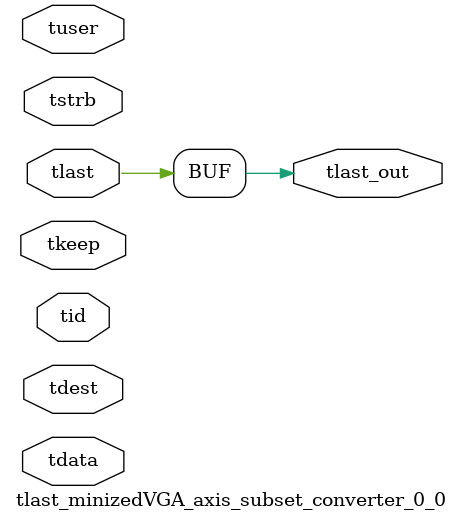
<source format=v>


`timescale 1ps/1ps

module tlast_minizedVGA_axis_subset_converter_0_0 #
(
parameter C_S_AXIS_TID_WIDTH   = 1,
parameter C_S_AXIS_TUSER_WIDTH = 0,
parameter C_S_AXIS_TDATA_WIDTH = 0,
parameter C_S_AXIS_TDEST_WIDTH = 0
)
(
input  [(C_S_AXIS_TID_WIDTH   == 0 ? 1 : C_S_AXIS_TID_WIDTH)-1:0       ] tid,
input  [(C_S_AXIS_TDATA_WIDTH == 0 ? 1 : C_S_AXIS_TDATA_WIDTH)-1:0     ] tdata,
input  [(C_S_AXIS_TUSER_WIDTH == 0 ? 1 : C_S_AXIS_TUSER_WIDTH)-1:0     ] tuser,
input  [(C_S_AXIS_TDEST_WIDTH == 0 ? 1 : C_S_AXIS_TDEST_WIDTH)-1:0     ] tdest,
input  [(C_S_AXIS_TDATA_WIDTH/8)-1:0 ] tkeep,
input  [(C_S_AXIS_TDATA_WIDTH/8)-1:0 ] tstrb,
input  [0:0]                                                             tlast,
output                                                                   tlast_out
);

assign tlast_out = {tlast};

endmodule


</source>
